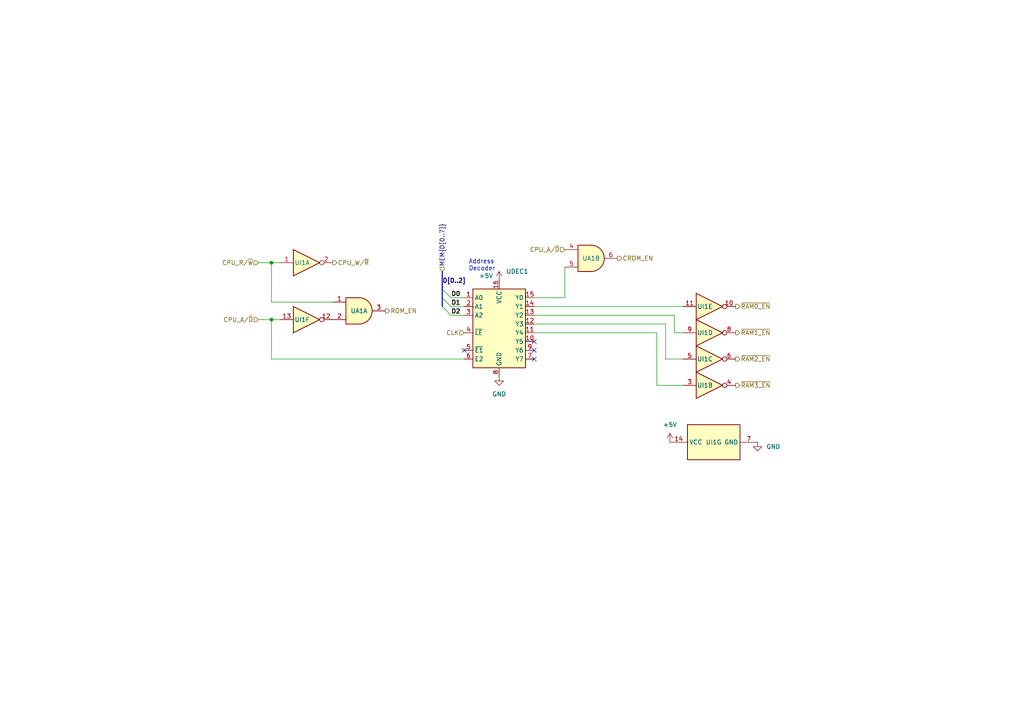
<source format=kicad_sch>
(kicad_sch (version 20211123) (generator eeschema)
  (paper "A4")
  (lib_symbols
    (symbol "74xx:74HC04"
      (property "Reference" "U" (at 0 1.27 0))
      (property "Value" "74HC04" (at 0 -1.27 0))
      (symbol "74HC04_1_0"
        (polyline (pts (xy -3.81 3.81) (xy -3.81 -3.81) (xy 3.81 0) (xy -3.81 3.81)) (stroke (width 0.254)) (fill (type background)))
        (pin input line (at -7.62 0 0) (length 3.81) (name "~") (number "1"))
        (pin output inverted (at 7.62 0 180) (length 3.81) (name "~") (number "2"))
      )
      (symbol "74HC04_2_0"
        (polyline (pts (xy -3.81 3.81) (xy -3.81 -3.81) (xy 3.81 0) (xy -3.81 3.81)) (stroke (width 0.254)) (fill (type background)))
        (pin input line (at -7.62 0 0) (length 3.81) (name "~") (number "3"))
        (pin output inverted (at 7.62 0 180) (length 3.81) (name "~") (number "4"))
      )
      (symbol "74HC04_3_0"
        (polyline (pts (xy -3.81 3.81) (xy -3.81 -3.81) (xy 3.81 0) (xy -3.81 3.81)) (stroke (width 0.254)) (fill (type background)))
        (pin input line (at -7.62 0 0) (length 3.81) (name "~") (number "5"))
        (pin output inverted (at 7.62 0 180) (length 3.81) (name "~") (number "6"))
      )
      (symbol "74HC04_4_0"
        (polyline (pts (xy -3.81 3.81) (xy -3.81 -3.81) (xy 3.81 0) (xy -3.81 3.81)) (stroke (width 0.254)) (fill (type background)))
        (pin output inverted (at 7.62 0 180) (length 3.81) (name "~") (number "8"))
        (pin input line (at -7.62 0 0) (length 3.81) (name "~") (number "9"))
      )
      (symbol "74HC04_5_0"
        (polyline (pts (xy -3.81 3.81) (xy -3.81 -3.81) (xy 3.81 0) (xy -3.81 3.81)) (stroke (width 0.254)) (fill (type background)))
        (pin output inverted (at 7.62 0 180) (length 3.81) (name "~") (number "10"))
        (pin input line (at -7.62 0 0) (length 3.81) (name "~") (number "11"))
      )
      (symbol "74HC04_6_0"
        (polyline (pts (xy -3.81 3.81) (xy -3.81 -3.81) (xy 3.81 0) (xy -3.81 3.81)) (stroke (width 0.254)) (fill (type background)))
        (pin output inverted (at 7.62 0 180) (length 3.81) (name "~") (number "12"))
        (pin input line (at -7.62 0 0) (length 3.81) (name "~") (number "13"))
      )
      (symbol "74HC04_7_0"
        (pin power_in line (at 0 12.7 270) (length 5.08) (name "VCC") (number "14"))
        (pin power_in line (at 0 -12.7 90) (length 5.08) (name "GND") (number "7"))
      )
      (symbol "74HC04_7_1"
        (rectangle (start -5.08 7.62) (end 5.08 -7.62) (stroke (width 0.254)) (fill (type background)))
      )
    )
    (symbol "74xx:74HC237"
      (property "Reference" "U" (at -7.62 13.97 0))
      (property "Value" "74HC237" (at 2.54 -11.43 0))
      (symbol "74HC237_0_1"
        (rectangle (start -7.62 12.7) (end 7.62 -10.16) (stroke (width 0.254)) (fill (type background)))
      )
      (symbol "74HC237_1_1"
        (pin input line (at -10.16 10.16 0) (length 2.54) (name "A0") (number "1"))
        (pin output line (at 10.16 -2.54 180) (length 2.54) (name "Y5") (number "10"))
        (pin output line (at 10.16 0 180) (length 2.54) (name "Y4") (number "11"))
        (pin output line (at 10.16 2.54 180) (length 2.54) (name "Y3") (number "12"))
        (pin output line (at 10.16 5.08 180) (length 2.54) (name "Y2") (number "13"))
        (pin output line (at 10.16 7.62 180) (length 2.54) (name "Y1") (number "14"))
        (pin output line (at 10.16 10.16 180) (length 2.54) (name "Y0") (number "15"))
        (pin power_in line (at 0 15.24 270) (length 2.54) (name "VCC") (number "16"))
        (pin input line (at -10.16 7.62 0) (length 2.54) (name "A1") (number "2"))
        (pin input line (at -10.16 5.08 0) (length 2.54) (name "A2") (number "3"))
        (pin input line (at -10.16 0 0) (length 2.54) (name "~{LE}") (number "4"))
        (pin input line (at -10.16 -5.08 0) (length 2.54) (name "~{E1}") (number "5"))
        (pin input line (at -10.16 -7.62 0) (length 2.54) (name "E2") (number "6"))
        (pin output line (at 10.16 -7.62 180) (length 2.54) (name "Y7") (number "7"))
        (pin power_in line (at 0 -12.7 90) (length 2.54) (name "GND") (number "8"))
        (pin output line (at 10.16 -5.08 180) (length 2.54) (name "Y6") (number "9"))
      )
    )
    (symbol "74xx:74LS08" (pin_names (offset 1.016))
      (property "Reference" "U" (at 0 1.27 0))
      (property "Value" "74LS08" (at 0 -1.27 0))
      (symbol "74LS08_1_1"
        (arc (start 0 -3.81) (mid 3.81 0) (end 0 3.81) (stroke (width 0.254)) (fill (type background)))
        (polyline (pts (xy 0 3.81) (xy -3.81 3.81) (xy -3.81 -3.81) (xy 0 -3.81)) (stroke (width 0.254)) (fill (type background)))
        (pin input line (at -7.62 2.54 0) (length 3.81) (name "~") (number "1"))
        (pin input line (at -7.62 -2.54 0) (length 3.81) (name "~") (number "2"))
        (pin output line (at 7.62 0 180) (length 3.81) (name "~") (number "3"))
      )
      (symbol "74LS08_1_2"
        (arc (start -3.81 -3.81) (mid -2.589 0) (end -3.81 3.81) (stroke (width 0.254)))
        (arc (start -0.6096 -3.81) (mid 2.1842 -2.5851) (end 3.81 0) (stroke (width 0.254)) (fill (type background)))
        (polyline (pts (xy -3.81 -3.81) (xy -0.635 -3.81)) (stroke (width 0.254)) (fill (type background)))
        (polyline (pts (xy -3.81 3.81) (xy -0.635 3.81)) (stroke (width 0.254)) (fill (type background)))
        (polyline (pts (xy -0.635 3.81) (xy -3.81 3.81) (xy -3.81 3.81) (xy -3.556 3.4036) (xy -3.0226 2.2606) (xy -2.6924 1.0414) (xy -2.6162 -0.254) (xy -2.7686 -1.4986) (xy -3.175 -2.7178) (xy -3.81 -3.81) (xy -3.81 -3.81) (xy -0.635 -3.81)) (stroke (width -25.4)) (fill (type background)))
        (arc (start 3.81 0) (mid 2.1915 2.5936) (end -0.6096 3.81) (stroke (width 0.254)) (fill (type background)))
        (pin input inverted (at -7.62 2.54 0) (length 4.318) (name "~") (number "1"))
        (pin input inverted (at -7.62 -2.54 0) (length 4.318) (name "~") (number "2"))
        (pin output inverted (at 7.62 0 180) (length 3.81) (name "~") (number "3"))
      )
      (symbol "74LS08_2_1"
        (arc (start 0 -3.81) (mid 3.81 0) (end 0 3.81) (stroke (width 0.254)) (fill (type background)))
        (polyline (pts (xy 0 3.81) (xy -3.81 3.81) (xy -3.81 -3.81) (xy 0 -3.81)) (stroke (width 0.254)) (fill (type background)))
        (pin input line (at -7.62 2.54 0) (length 3.81) (name "~") (number "4"))
        (pin input line (at -7.62 -2.54 0) (length 3.81) (name "~") (number "5"))
        (pin output line (at 7.62 0 180) (length 3.81) (name "~") (number "6"))
      )
      (symbol "74LS08_2_2"
        (arc (start -3.81 -3.81) (mid -2.589 0) (end -3.81 3.81) (stroke (width 0.254)))
        (arc (start -0.6096 -3.81) (mid 2.1842 -2.5851) (end 3.81 0) (stroke (width 0.254)) (fill (type background)))
        (polyline (pts (xy -3.81 -3.81) (xy -0.635 -3.81)) (stroke (width 0.254)) (fill (type background)))
        (polyline (pts (xy -3.81 3.81) (xy -0.635 3.81)) (stroke (width 0.254)) (fill (type background)))
        (polyline (pts (xy -0.635 3.81) (xy -3.81 3.81) (xy -3.81 3.81) (xy -3.556 3.4036) (xy -3.0226 2.2606) (xy -2.6924 1.0414) (xy -2.6162 -0.254) (xy -2.7686 -1.4986) (xy -3.175 -2.7178) (xy -3.81 -3.81) (xy -3.81 -3.81) (xy -0.635 -3.81)) (stroke (width -25.4)) (fill (type background)))
        (arc (start 3.81 0) (mid 2.1915 2.5936) (end -0.6096 3.81) (stroke (width 0.254)) (fill (type background)))
        (pin input inverted (at -7.62 2.54 0) (length 4.318) (name "~") (number "4"))
        (pin input inverted (at -7.62 -2.54 0) (length 4.318) (name "~") (number "5"))
        (pin output inverted (at 7.62 0 180) (length 3.81) (name "~") (number "6"))
      )
      (symbol "74LS08_3_1"
        (arc (start 0 -3.81) (mid 3.81 0) (end 0 3.81) (stroke (width 0.254)) (fill (type background)))
        (polyline (pts (xy 0 3.81) (xy -3.81 3.81) (xy -3.81 -3.81) (xy 0 -3.81)) (stroke (width 0.254)) (fill (type background)))
        (pin input line (at -7.62 -2.54 0) (length 3.81) (name "~") (number "10"))
        (pin output line (at 7.62 0 180) (length 3.81) (name "~") (number "8"))
        (pin input line (at -7.62 2.54 0) (length 3.81) (name "~") (number "9"))
      )
      (symbol "74LS08_3_2"
        (arc (start -3.81 -3.81) (mid -2.589 0) (end -3.81 3.81) (stroke (width 0.254)))
        (arc (start -0.6096 -3.81) (mid 2.1842 -2.5851) (end 3.81 0) (stroke (width 0.254)) (fill (type background)))
        (polyline (pts (xy -3.81 -3.81) (xy -0.635 -3.81)) (stroke (width 0.254)) (fill (type background)))
        (polyline (pts (xy -3.81 3.81) (xy -0.635 3.81)) (stroke (width 0.254)) (fill (type background)))
        (polyline (pts (xy -0.635 3.81) (xy -3.81 3.81) (xy -3.81 3.81) (xy -3.556 3.4036) (xy -3.0226 2.2606) (xy -2.6924 1.0414) (xy -2.6162 -0.254) (xy -2.7686 -1.4986) (xy -3.175 -2.7178) (xy -3.81 -3.81) (xy -3.81 -3.81) (xy -0.635 -3.81)) (stroke (width -25.4)) (fill (type background)))
        (arc (start 3.81 0) (mid 2.1915 2.5936) (end -0.6096 3.81) (stroke (width 0.254)) (fill (type background)))
        (pin input inverted (at -7.62 -2.54 0) (length 4.318) (name "~") (number "10"))
        (pin output inverted (at 7.62 0 180) (length 3.81) (name "~") (number "8"))
        (pin input inverted (at -7.62 2.54 0) (length 4.318) (name "~") (number "9"))
      )
      (symbol "74LS08_4_1"
        (arc (start 0 -3.81) (mid 3.81 0) (end 0 3.81) (stroke (width 0.254)) (fill (type background)))
        (polyline (pts (xy 0 3.81) (xy -3.81 3.81) (xy -3.81 -3.81) (xy 0 -3.81)) (stroke (width 0.254)) (fill (type background)))
        (pin output line (at 7.62 0 180) (length 3.81) (name "~") (number "11"))
        (pin input line (at -7.62 2.54 0) (length 3.81) (name "~") (number "12"))
        (pin input line (at -7.62 -2.54 0) (length 3.81) (name "~") (number "13"))
      )
      (symbol "74LS08_4_2"
        (arc (start -3.81 -3.81) (mid -2.589 0) (end -3.81 3.81) (stroke (width 0.254)))
        (arc (start -0.6096 -3.81) (mid 2.1842 -2.5851) (end 3.81 0) (stroke (width 0.254)) (fill (type background)))
        (polyline (pts (xy -3.81 -3.81) (xy -0.635 -3.81)) (stroke (width 0.254)) (fill (type background)))
        (polyline (pts (xy -3.81 3.81) (xy -0.635 3.81)) (stroke (width 0.254)) (fill (type background)))
        (polyline (pts (xy -0.635 3.81) (xy -3.81 3.81) (xy -3.81 3.81) (xy -3.556 3.4036) (xy -3.0226 2.2606) (xy -2.6924 1.0414) (xy -2.6162 -0.254) (xy -2.7686 -1.4986) (xy -3.175 -2.7178) (xy -3.81 -3.81) (xy -3.81 -3.81) (xy -0.635 -3.81)) (stroke (width -25.4)) (fill (type background)))
        (arc (start 3.81 0) (mid 2.1915 2.5936) (end -0.6096 3.81) (stroke (width 0.254)) (fill (type background)))
        (pin output inverted (at 7.62 0 180) (length 3.81) (name "~") (number "11"))
        (pin input inverted (at -7.62 2.54 0) (length 4.318) (name "~") (number "12"))
        (pin input inverted (at -7.62 -2.54 0) (length 4.318) (name "~") (number "13"))
      )
      (symbol "74LS08_5_0"
        (pin power_in line (at 0 12.7 270) (length 5.08) (name "VCC") (number "14"))
        (pin power_in line (at 0 -12.7 90) (length 5.08) (name "GND") (number "7"))
      )
      (symbol "74LS08_5_1"
        (rectangle (start -5.08 7.62) (end 5.08 -7.62) (stroke (width 0.254)) (fill (type background)))
      )
    )
    (symbol "power:+5V" (power) (pin_names (offset 0))
      (property "Value" "+5V" (at 0 3.556 0))
      (symbol "+5V_0_1"
        (polyline (pts (xy -0.762 1.27) (xy 0 2.54)))
        (polyline (pts (xy 0 0) (xy 0 2.54)))
        (polyline (pts (xy 0 2.54) (xy 0.762 1.27)))
      )
      (symbol "+5V_1_1"
        (pin power_in line (at 0 0 90) (length 0) hide (name "+5V") (number "1"))
      )
    )
    (symbol "power:GND" (power) (pin_names (offset 0))
      (property "Value" "GND" (at 0 -3.81 0))
      (symbol "GND_0_1"
        (polyline (pts (xy 0 0) (xy 0 -1.27) (xy 1.27 -1.27) (xy 0 -2.54) (xy -1.27 -1.27) (xy 0 -1.27)))
      )
      (symbol "GND_1_1"
        (pin power_in line (at 0 0 270) (length 0) hide (name "GND") (number "1"))
      )
    )
  )
  (junction (at 78.74 92.71))
  (junction (at 78.74 76.2))
  (no_connect (at 134.62 101.6))
  (no_connect (at 154.94 99.06))
  (no_connect (at 154.94 104.14))
  (no_connect (at 154.94 101.6))
  (bus_entry (at 128.27 88.9) (size 2.54 2.54))
  (bus_entry (at 128.27 86.36) (size 2.54 2.54))
  (bus_entry (at 128.27 83.82) (size 2.54 2.54))
  (bus (pts (xy 128.27 86.36) (xy 128.27 88.9)))
  (wire (pts (xy 130.81 86.36) (xy 134.62 86.36)))
  (wire (pts (xy 74.93 76.2) (xy 78.74 76.2)))
  (wire (pts (xy 78.74 87.63) (xy 96.52 87.63)))
  (wire (pts (xy 78.74 92.71) (xy 78.74 104.14)))
  (wire (pts (xy 78.74 104.14) (xy 134.62 104.14)))
  (wire (pts (xy 193.04 93.98) (xy 193.04 104.14)))
  (wire (pts (xy 154.94 91.44) (xy 195.58 91.44)))
  (wire (pts (xy 190.5 111.76) (xy 198.12 111.76)))
  (wire (pts (xy 74.93 92.71) (xy 78.74 92.71)))
  (bus (pts (xy 128.27 78.74) (xy 128.27 83.82)))
  (wire (pts (xy 154.94 96.52) (xy 190.5 96.52)))
  (wire (pts (xy 190.5 96.52) (xy 190.5 111.76)))
  (wire (pts (xy 154.94 88.9) (xy 198.12 88.9)))
  (wire (pts (xy 78.74 76.2) (xy 81.28 76.2)))
  (wire (pts (xy 130.81 88.9) (xy 134.62 88.9)))
  (wire (pts (xy 154.94 86.36) (xy 163.83 86.36)))
  (wire (pts (xy 154.94 93.98) (xy 193.04 93.98)))
  (wire (pts (xy 195.58 91.44) (xy 195.58 96.52)))
  (bus (pts (xy 128.27 83.82) (xy 128.27 86.36)))
  (wire (pts (xy 193.04 104.14) (xy 198.12 104.14)))
  (wire (pts (xy 78.74 76.2) (xy 78.74 87.63)))
  (wire (pts (xy 78.74 92.71) (xy 81.28 92.71)))
  (wire (pts (xy 130.81 91.44) (xy 134.62 91.44)))
  (wire (pts (xy 195.58 96.52) (xy 198.12 96.52)))
  (wire (pts (xy 163.83 86.36) (xy 163.83 77.47)))
  (text "Address\nDecoder" (at 135.89 78.74 0) (effects (font (size 1.27 1.27)) (justify left bottom)))
  (label "D2" (at 130.81 91.44 0) (effects (font bold)))
  (label "D[0..2]" (at 128.27 82.55 0) (effects (font bold)))
  (label "D1" (at 130.81 88.9 0) (effects (font bold)))
  (label "D0" (at 130.81 86.36 0) (effects (font bold)))
  (hierarchical_label "~{RAM0_EN}" (shape output) (at 213.36 88.9 0))
  (hierarchical_label "~{RAM1_EN}" (shape output) (at 213.36 96.52 0))
  (hierarchical_label "CPU_A{slash}~{D}" (shape input) (at 163.83 72.39 180))
  (hierarchical_label "CROM_EN" (shape output) (at 179.07 74.93 0))
  (hierarchical_label "~{RAM3_EN}" (shape output) (at 213.36 111.76 0))
  (hierarchical_label "CPU_R{slash}~{W}" (shape input) (at 74.93 76.2 180))
  (hierarchical_label "~{RAM2_EN}" (shape output) (at 213.36 104.14 0))
  (hierarchical_label "CPU_A{slash}~{D}" (shape input) (at 74.93 92.71 180))
  (hierarchical_label "MEM{D[0..7]}" (shape input) (at 128.27 78.74 90))
  (hierarchical_label "ROM_EN" (shape output) (at 111.76 90.17 0))
  (hierarchical_label "CLK" (shape input) (at 134.62 96.52 180))
  (hierarchical_label "CPU_W{slash}~{R}" (shape output) (at 96.52 76.2 0))
  (symbol (lib_id "74xx:74LS08") (at 171.45 74.93 0) (unit 2)
    (property "Reference" "UA1" (at 171.45 74.93 0))
    (property "Datasheet" "http://www.ti.com/lit/gpn/sn74LS08" (effects hide))
  )
  (symbol (lib_id "power:+5V") (at 144.78 81.28 0) (unit 1)
    (property "Reference" "#PWR0120" (effects hide))
  )
  (symbol (lib_id "power:+5V") (at 194.31 128.27 0) (unit 1)
    (property "Reference" "#PWR0121" (effects hide))
  )
  (symbol (lib_id "74xx:74HC237") (at 144.78 96.52 0) (unit 1)
    (property "Reference" "UDEC1" (at 146.7994 78.74 0) (effects (justify left)))
    (property "Datasheet" "http://www.ti.com/lit/ds/symlink/cd74hc237.pdf" (effects hide))
  )
  (symbol (lib_id "74xx:74HC04") (at 205.74 96.52 0) (unit 4)
    (property "Reference" "UI1" (at 204.47 96.52 0))
    (property "Datasheet" "https://assets.nexperia.com/documents/data-sheet/74HC_HCT04.pdf" (effects hide))
  )
  (symbol (lib_id "74xx:74LS08") (at 104.14 90.17 0) (unit 1)
    (property "Reference" "UA1" (at 104.14 90.17 0))
    (property "Datasheet" "http://www.ti.com/lit/gpn/sn74LS08" (effects hide))
  )
  (symbol (lib_id "74xx:74HC04") (at 88.9 76.2 0) (unit 1)
    (property "Reference" "UI1" (at 87.63 76.2 0))
    (property "Datasheet" "https://assets.nexperia.com/documents/data-sheet/74HC_HCT04.pdf" (effects hide))
  )
  (symbol (lib_id "power:GND") (at 144.78 109.22 0) (unit 1)
    (property "Reference" "#PWR0119" (effects hide))
  )
  (symbol (lib_id "74xx:74HC04") (at 88.9 92.71 0) (mirror x) (unit 6)
    (property "Reference" "UI1" (at 87.63 92.71 0))
    (property "Datasheet" "https://assets.nexperia.com/documents/data-sheet/74HC_HCT04.pdf" (effects hide))
  )
  (symbol (lib_id "74xx:74HC04") (at 207.01 128.27 90) (unit 7)
    (property "Reference" "UI1" (at 207.01 128.27 90))
    (property "Datasheet" "https://assets.nexperia.com/documents/data-sheet/74HC_HCT04.pdf" (effects hide))
  )
  (symbol (lib_id "74xx:74HC04") (at 205.74 111.76 0) (unit 2)
    (property "Reference" "UI1" (at 204.47 111.76 0))
    (property "Datasheet" "https://assets.nexperia.com/documents/data-sheet/74HC_HCT04.pdf" (effects hide))
  )
  (symbol (lib_id "74xx:74HC04") (at 205.74 104.14 0) (unit 3)
    (property "Reference" "UI1" (at 204.47 104.14 0))
    (property "Datasheet" "https://assets.nexperia.com/documents/data-sheet/74HC_HCT04.pdf" (effects hide))
  )
  (symbol (lib_id "74xx:74HC04") (at 205.74 88.9 0) (unit 5)
    (property "Reference" "UI1" (at 204.47 88.9 0))
    (property "Datasheet" "https://assets.nexperia.com/documents/data-sheet/74HC_HCT04.pdf" (effects hide))
  )
  (symbol (lib_id "power:GND") (at 219.71 128.27 0) (unit 1)
    (property "Reference" "#PWR0122" (effects hide))
  )
)
</source>
